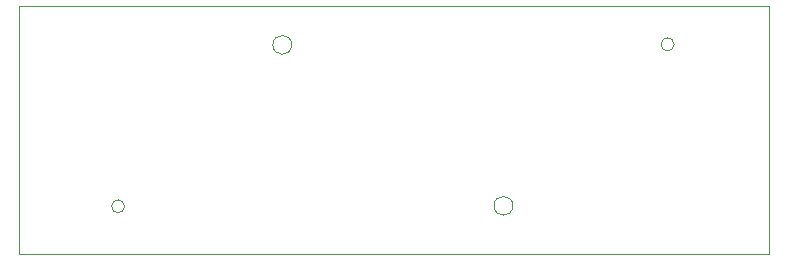
<source format=gbr>
%TF.GenerationSoftware,KiCad,Pcbnew,(6.0.9)*%
%TF.CreationDate,2023-03-04T22:36:08+01:00*%
%TF.ProjectId,nard_sam,6e617264-5f73-4616-9d2e-6b696361645f,rev?*%
%TF.SameCoordinates,Original*%
%TF.FileFunction,Profile,NP*%
%FSLAX46Y46*%
G04 Gerber Fmt 4.6, Leading zero omitted, Abs format (unit mm)*
G04 Created by KiCad (PCBNEW (6.0.9)) date 2023-03-04 22:36:08*
%MOMM*%
%LPD*%
G01*
G04 APERTURE LIST*
%TA.AperFunction,Profile*%
%ADD10C,0.100000*%
%TD*%
%TA.AperFunction,Profile*%
%ADD11C,0.120000*%
%TD*%
G04 APERTURE END LIST*
D10*
X71750000Y-60000000D02*
X135250000Y-60000000D01*
X135250000Y-60000000D02*
X135250000Y-81000000D01*
X135250000Y-81000000D02*
X71750000Y-81000000D01*
X71750000Y-81000000D02*
X71750000Y-60000000D01*
D11*
%TO.C,J1*%
X94804000Y-63277000D02*
G75*
G03*
X94804000Y-63277000I-800000J0D01*
G01*
X80654000Y-76947000D02*
G75*
G03*
X80654000Y-76947000I-550000J0D01*
G01*
%TO.C,J2*%
X127182000Y-63232000D02*
G75*
G03*
X127182000Y-63232000I-550000J0D01*
G01*
X113532000Y-76902000D02*
G75*
G03*
X113532000Y-76902000I-800000J0D01*
G01*
%TD*%
M02*

</source>
